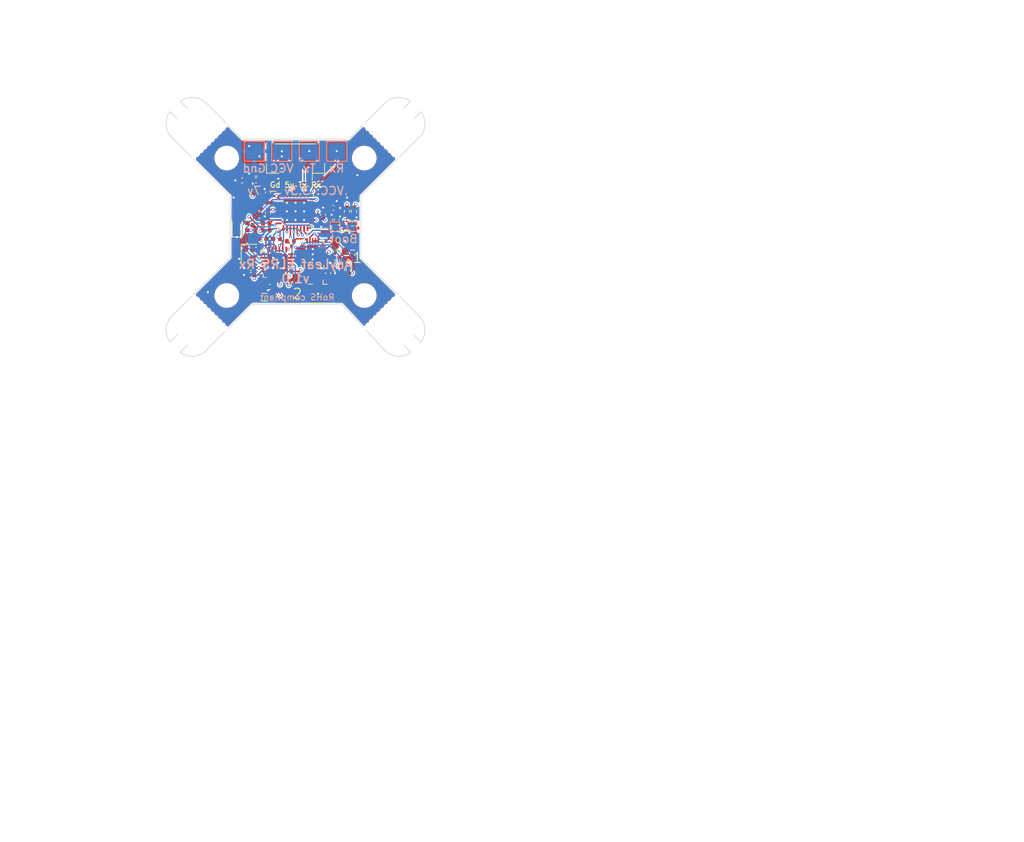
<source format=kicad_pcb>
(kicad_pcb (version 20211014) (generator pcbnew)
  (layers (0 "F.Cu" mixed) (1 "In1.Cu" power) (2 "In2.Cu" power) (31 "B.Cu" mixed) (34 "B.Paste" user) (35 "F.Paste" user) (36 "B.SilkS" user "B.Silkscreen") (37 "F.SilkS" user "F.Silkscreen") (38 "B.Mask" user) (39 "F.Mask" user) (44 "Edge.Cuts" user))
  (net 0 "")
  (net 1 "GND")
  (net 2 "+3V3")
  (net 3 "/V_DCC")
  (net 4 "/V_DCC2")
  (net 8 "/TX")
  (net 9 "/RX")
  (net 10 "Net-(J8-Pad1)")
  (net 11 "/RST")
  (net 12 "/BUSY")
  (net 13 "/DIO")
  (net 14 "/MISO")
  (net 15 "/MOSI")
  (net 16 "/SCK")
  (net 17 "/CS")
  (net 18 "/PWR_IN")
  (net 19 "/ANT_TRACE")
  (net 20 "Net-(C10-Pad1)")
  (net 21 "Net-(J1-Pad1)")
  (net 22 "Net-(C8-Pad2)")
  (net 23 "Net-(R3-Pad1)")
  (net 24 "Net-(R3-Pad2)")
  (net 25 "Net-(R4-Pad1)")
  (net 26 "Net-(U2-Pad4)")
  (net 27 "/RF_OUT")
  (net 28 "Net-(C9-Pad2)")
  (net 29 "/ANT1")
  (net 30 "/ANT2")
  (net 31 "/BOOT")
  (net 32 "/PWR_TXEN")
  (net 33 "Net-(D1-Pad2)")
  (net 34 "/ELRS_LED")
  (net 36 "/ANT_SEL")
  (net 41 "Net-(R6-Pad1)")
  (net 42 "Net-(U2-Pad6)")
  (net 44 "Net-(C3-Pad2)")
  (footprint "Resistor_SMD:R_0402_1005Metric" (layer "F.Cu") (at 151 105.25 -90)
    (fp_text reference "R8" hide)
    (fp_text value "10k")
  )
  (footprint "Resistor_SMD:R_0402_1005Metric" (layer "F.Cu") (at 150.75 107)
    (fp_text reference "R9" hide)
    (fp_text value "10k")
  )
  (footprint "Package_TO_SOT_SMD:TSOT-23-5" (layer "F.Cu") (at 135.25 103.25)
    (fp_text reference "U1" hide)
    (fp_text value "3V3. 500mA")
  )
  (footprint "Anyleaf Shared:Mouse bites_7mm" (layer "F.Cu") (at 154.981299 120.018701 45)
    (fp_text reference "H6" hide)
    (fp_text value "MountingHole_Pad" hide)
  )
  (footprint "Resistor_SMD:R_0402_1005Metric" (layer "F.Cu") (at 135.5 107.5 -90)
    (fp_text reference "R5" hide)
    (fp_text value "3.3k")
  )
  (footprint "Resistor_SMD:R_0402_1005Metric" (layer "F.Cu") (at 136.75 99.75 180)
    (fp_text reference "R6" hide)
    (fp_text value "12k")
  )
  (footprint "Capacitor_SMD:C_0402_1005Metric" (layer "F.Cu") (at 148.5 106.48 90)
    (fp_text reference "C18" hide)
    (fp_text value "100n")
  )
  (footprint "MountingHole:MountingHole_3.2mm_M3" (layer "F.Cu") (at 152.5 117.5)
    (fp_text reference "H10" hide)
    (fp_text value "MountingHole")
  )
  (footprint "Capacitor_SMD:C_0402_1005Metric" (layer "F.Cu") (at 138.5 105.5 90)
    (fp_text reference "C12" hide)
    (fp_text value "10u")
  )
  (footprint "Capacitor_SMD:C_0402_1005Metric" (layer "F.Cu") (at 139.75 109.25)
    (fp_text reference "C5" hide)
    (fp_text value "10n")
  )
  (footprint "Resistor_SMD:R_0402_1005Metric" (layer "F.Cu") (at 150.25 113.75 -90)
    (fp_text reference "R3" hide)
    (fp_text value "2.2k")
  )
  (footprint "Anyleaf Shared:2450FM07D0034" (layer "F.Cu") (at 147.25 114.25 -90)
    (fp_text reference "U5" hide)
    (fp_text value "2450FM07D0034T")
  )
  (footprint "Anyleaf Shared:Mouse bites_7mm" (layer "F.Cu") (at 130 95 45)
    (fp_text reference "H12" hide)
    (fp_text value "MountingHole_Pad" hide)
  )
  (footprint "Capacitor_SMD:C_0402_1005Metric" (layer "F.Cu") (at 146.5 105.75 90)
    (fp_text reference "C13" hide)
    (fp_text value "1u 25v")
  )
  (footprint "Capacitor_SMD:C_0402_1005Metric" (layer "F.Cu") (at 138.25 107 180)
    (fp_text reference "C10" hide)
    (fp_text value "1u 25v")
  )
  (footprint "Package_DFN_QFN:QFN-32-1EP_5x5mm_P0.5mm_EP3.45x3.45mm" (layer "F.Cu") (at 142.5 105.25)
    (fp_text reference "U3" hide)
    (fp_text value "ESP8285")
  )
  (footprint "MountingHole:MountingHole_3.2mm_M3" (layer "F.Cu") (at 152.5 97.5)
    (fp_text reference "H8" hide)
    (fp_text value "MountingHole")
  )
  (footprint "Resistor_SMD:R_0402_1005Metric" (layer "F.Cu") (at 141.75 109.6 180)
    (fp_text reference "R1" hide)
    (fp_text value "100k")
  )
  (footprint "Capacitor_SMD:C_0402_1005Metric" (layer "F.Cu") (at 148 104.75 180)
    (fp_text reference "C8" hide)
    (fp_text value "10p")
  )
  (footprint "Capacitor_SMD:C_0402_1005Metric" (layer "F.Cu") (at 138.75 116.25)
    (fp_text reference "C7" hide)
    (fp_text value "100n")
  )
  (footprint "Capacitor_SMD:C_0402_1005Metric" (layer "F.Cu") (at 138.5 102.5 -90)
    (fp_text reference "C11" hide)
    (fp_text value "100n")
  )
  (footprint "MountingHole:MountingHole_3.2mm_M3" (layer "F.Cu") (at 132.5 97.5)
    (fp_text reference "H7" hide)
    (fp_text value "MountingHole")
  )
  (footprint "Capacitor_SMD:C_0402_1005Metric" (layer "F.Cu") (at 137.75 109.25 180)
    (fp_text reference "C3" hide)
    (fp_text value "10n")
  )
  (footprint "Resistor_SMD:R_0402_1005Metric" (layer "F.Cu") (at 150 105.25 -90)
    (fp_text reference "R7" hide)
    (fp_text value "10k")
  )
  (footprint "Resistor_SMD:R_0402_1005Metric" (layer "F.Cu") (at 138.25 108 180)
    (fp_text reference "R2" hide)
    (fp_text value "10k")
  )
  (footprint "MountingHole:MountingHole_3.2mm_M3" (layer "F.Cu") (at 127.25 122.75)
    (fp_text reference "H3" hide)
    (fp_text value "MountingHole")
  )
  (footprint "Connector_Coaxial:U.FL_Hirose_U.FL-R-SMT-1_Vertical" (layer "F.Cu") (at 149.75 110 90)
    (fp_text reference "J1" hide)
    (fp_text value "Conn_Coaxial")
  )
  (footprint "Capacitor_SMD:C_0402_1005Metric" (layer "F.Cu") (at 136 113.5)
    (fp_text reference "C6" hide)
    (fp_text value "100n")
  )
  (footprint "Connector_Coaxial:U.FL_Hirose_U.FL-R-SMT-1_Vertical" (layer "F.Cu") (at 145.75 116.75 -90)
    (fp_text reference "J8" hide)
    (fp_text value "Conn_Coaxial")
  )
  (footprint "Capacitor_SMD:C_0402_1005Metric" (layer "F.Cu") (at 147.5 106.5 90)
    (fp_text reference "C19" hide)
    (fp_text value "10p")
  )
  (footprint "Capacitor_SMD:C_0402_1005Metric" (layer "F.Cu") (at 146.5 107.75 -90)
    (fp_text reference "C17" hide)
    (fp_text value "10p")
  )
  (footprint "Inductor_SMD:L_0805_2012Metric" (layer "F.Cu") (at 138 117.75)
    (fp_text reference "L1" hide)
    (fp_text value "15u")
  )
  (footprint "LED_SMD:LED_0603_1608Metric" (layer "F.Cu") (at 134 107.5 90)
    (fp_text reference "D1" hide)
    (fp_text value "LED")
  )
  (footprint "Package_DFN_QFN:QFN-24-1EP_4x4mm_P0.5mm_EP2.6x2.6mm" (layer "F.Cu") (at 139.9 112.75 -90)
    (fp_text reference "U2" hide)
    (fp_text value "SX1281")
  )
  (footprint "Anyleaf Shared:Mouse bites_7mm" (layer "F.Cu") (at 155 95 135)
    (fp_text reference "H5" hide)
    (fp_text value "MountingHole_Pad" hide)
  )
  (footprint "Capacitor_SMD:C_0402_1005Metric" (layer "F.Cu") (at 149.5 102.75 90)
    (fp_text reference "C9" hide)
    (fp_text value "10p")
  )
  (footprint "MountingHole:MountingHole_3.2mm_M3" (layer "F.Cu") (at 157.75 92.25)
    (fp_text reference "H2" hide)
    (fp_text value "MountingHole")
  )
  (footprint "Anyleaf Shared:2450FM07D0034" (layer "F.Cu") (at 148.25 112)
    (fp_text reference "U4" hide)
    (fp_text value "2450FM07D0034T")
  )
  (footprint "MountingHole:MountingHole_3.2mm_M3" (layer "F.Cu") (at 132.5 117.5)
    (fp_text reference "H9" hide)
    (fp_text value "MountingHole")
  )
  (footprint "Connector_JST:JST_GH_SM04B-GHS-TB_1x04-1MP_P1.25mm_Horizontal" (layer "F.Cu") (at 142.5 98 180)
    (fp_text reference "J7" hide)
    (fp_text value "Conn_01x04_Male")
  )
  (footprint "Crystal:Crystal_SMD_2016-4Pin_2.0x1.6mm" (layer "F.Cu") (at 147.25 102.75)
    (fp_text reference "Y1" hide)
    (fp_text value "26M")
  )
  (footprint "Capacitor_SMD:C_0402_1005Metric" (layer "F.Cu") (at 135.98 114.5 180)
    (fp_text reference "C4" hide)
    (fp_text value "470n, 10V")
  )
  (footprint "Capacitor_SMD:C_0402_1005Metric" (layer "F.Cu") (at 136.75 100.75)
    (fp_text reference "C2" hide)
    (fp_text value "2.2u")
  )
  (footprint "Anyleaf Shared:Mouse bites_7mm" (layer "F.Cu") (at 130 120 135)
    (fp_text reference "H11" hide)
    (fp_text value "MountingHole_Pad" hide)
  )
  (footprint "Crystal:Crystal_SMD_2016-4Pin_2.0x1.6mm" (layer "F.Cu") (at 135.75 111.4 -90)
    (fp_text reference "Y2" hide)
    (fp_text value "52Mhz, 12pF")
  )
  (footprint "Capacitor_SMD:C_0402_1005Metric" (layer "F.Cu") (at 134.75 100.75)
    (fp_text reference "C1" hide)
    (fp_text value "1u")
  )
  (footprint "Resistor_SMD:R_0402_1005Metric" (layer "F.Cu") (at 149.25 113.75 -90)
    (fp_text reference "R4" hide)
    (fp_text value "1.2k")
  )
  (footprint "MountingHole:MountingHole_3.2mm_M3" (layer "F.Cu") (at 157.75 122.75)
    (fp_text reference "H4" hide)
    (fp_text value "MountingHole")
  )
  (footprint "MountingHole:MountingHole_3.2mm_M3" (layer "F.Cu") (at 127.25 92.25)
    (fp_text reference "H1" hide)
    (fp_text value "MountingHole")
  )
  (footprint "Package_DFN_QFN:QFN-24-1EP_3x4mm_P0.4mm_EP1.65x2.65mm" (layer "F.Cu") (at 145 111.5)
    (fp_text reference "U6" hide)
    (fp_text value "SE2431L")
  )
  (footprint "TestPoint:TestPoint_Pad_2.5x2.5mm" (layer "B.Cu") (at 136.5 96.5 90)
    (fp_text reference "J3" hide)
    (fp_text value "Conn_01x01_Female")
  )
  (footprint "TestPoint:TestPoint_Pad_2.5x2.5mm" (layer "B.Cu") (at 144.5 96.5 90)
    (fp_text reference "J5" hide)
    (fp_text value "Conn_01x01_Female")
  )
  (footprint "TestPoint:TestPoint_Pad_1.0x1.0mm" (layer "B.Cu") (at 148.25 107.5 180)
    (fp_text reference "J10" hide)
    (fp_text value "Conn_01x01_Female")
  )
  (footprint "TestPoint:TestPoint_Pad_1.0x1.0mm" (layer "B.Cu") (at 150.75 107.5 180)
    (fp_text reference "J11" hide)
    (fp_text value "Conn_01x01_Female")
  )
  (footprint "TestPoint:TestPoint_Pad_2.5x2.5mm" (layer "B.Cu") (at 148.5 96.5 90)
    (fp_text reference "J6" hide)
    (fp_text value "Conn_01x01_Female")
  )
  (footprint "TestPoint:TestPoint_Pad_2.5x2.5mm" (layer "B.Cu") (at 140.5 96.5 90)
    (fp_text reference "J4" hide)
    (fp_text value "Conn_01x01_Female")
  )
  (gr_line (start 149.25 118.75) (end 155.5 125.5) (layer "Edge.Cuts") (width 0.1))
  (gr_line (start 150.25 94.75) (end 155.5 89.5) (layer "Edge.Cuts") (width 0.1))
  (gr_line (start 133 103) (end 133 112) (layer "Edge.Cuts") (width 0.1))
  (gr_arc (start 160.5 120.5) (mid 161.329503 122.328033) (end 160.75 124.25) (layer "Edge.Cuts") (width 0.1))
  (gr_line (start 127.25 124.25) (end 125.75 125.75) (layer "Edge.Cuts") (width 0.1))
  (gr_line (start 125.75 122.75) (end 127.25 124.25) (layer "Edge.Cuts") (width 0.1))
  (gr_line (start 160.75 90.75) (end 159.25 92.25) (layer "Edge.Cuts") (width 0.1))
  (gr_line (start 152 103) (end 152 112) (layer "Edge.Cuts") (width 0.1))
  (gr_arc (start 124.5 94.5) (mid 123.670495 92.671967) (end 124.25 90.75) (layer "Edge.Cuts") (width 0.1))
  (gr_arc (start 159.25 125.75) (mid 157.328033 126.329503) (end 155.5 125.5) (layer "Edge.Cuts") (width 0.1))
  (gr_line (start 129.5 125.5) (end 136.25 118.75) (layer "Edge.Cuts") (width 0.1))
  (gr_line (start 157.75 124.25) (end 159.25 122.75) (layer "Edge.Cuts") (width 0.1))
  (gr_line (start 160.5 94.5) (end 152 103) (layer "Edge.Cuts") (width 0.1))
  (gr_line (start 159.25 89.25) (end 157.75 90.75) (layer "Edge.Cuts") (width 0.1))
  (gr_line (start 149.25 118.75) (end 136.25 118.75) (layer "Edge.Cuts") (width 0.1))
  (gr_line (start 125.75 92.25) (end 124.25 90.75) (layer "Edge.Cuts") (width 0.1))
  (gr_line (start 133 112) (end 124.5 120.5) (layer "Edge.Cuts") (width 0.1))
  (gr_arc (start 129.5 125.5) (mid 127.671967 126.329504) (end 125.75 125.75) (layer "Edge.Cuts") (width 0.1))
  (gr_line (start 134.75 94.75) (end 129.5 89.5) (layer "Edge.Cuts") (width 0.1))
  (gr_line (start 160.5 120.5) (end 152 112) (layer "Edge.Cuts") (width 0.1))
  (gr_arc (start 155.5 89.5) (mid 157.328033 88.670497) (end 159.25 89.25) (layer "Edge.Cuts") (width 0.1))
  (gr_line (start 125.75 89.25) (end 127.25 90.75) (layer "Edge.Cuts") (width 0.1))
  (gr_line (start 124.25 124.25) (end 125.75 122.75) (layer "Edge.Cuts") (width 0.1))
  (gr_arc (start 160.75 90.75) (mid 161.329503 92.671967) (end 160.5 94.5) (layer "Edge.Cuts") (width 0.1))
  (gr_line (start 157.75 90.75) (end 159.25 92.25) (layer "Edge.Cuts") (width 0.1))
  (gr_line (start 134.75 94.75) (end 150.25 94.75) (layer "Edge.Cuts") (width 0.1))
  (gr_line (start 159.25 125.75) (end 157.75 124.25) (layer "Edge.Cuts") (width 0.1))
  (gr_line (start 127.25 90.75) (end 125.75 92.25) (layer "Edge.Cuts") (width 0.1))
  (gr_arc (start 124.25 124.25) (mid 123.670497 122.328033) (end 124.5 120.5) (layer "Edge.Cuts") (width 0.1))
  (gr_line (start 159.25 122.75) (end 160.75 124.25) (layer "Edge.Cuts") (width 0.1))
  (gr_line (start 124.5 94.5) (end 133 103) (layer "Edge.Cuts") (width 0.1))
  (gr_arc (start 125.75 89.25) (mid 127.671967 88.670497) (end 129.5 89.5) (layer "Edge.Cuts") (width 0.1))
  (gr_text "Gnd" (at 136.5 99) (layer "B.SilkS") (effects (font (size 1.2 1.2) (thickness 0.2)) (justify mirror)))
  (gr_text "Rx" (at 148.5 99) (layer "B.SilkS") (effects (font (size 1.2 1.2) (thickness 0.2)) (justify mirror)))
  (gr_text "Boot\n" (at 149.5 109.25) (layer "B.SilkS") (effects (font (size 1.2 1.2) (thickness 0.17)) (justify mirror)))
  (gr_text "Tx" (at 144.5 99) (layer "B.SilkS") (effects (font (size 1.2 1.2) (thickness 0.2)) (justify mirror)))
  (gr_text "VCC: 3.3v - 7v" (at 142.5 102.25) (layer "B.SilkS") (effects (font (size 1.2 1.2) (thickness 0.2)) (justify mirror)))
  (gr_text "AnyLeaf ELRS Rx\nv1.0" (at 142.5 114) (layer "B.SilkS") (effects (font (size 1.3 1.3) (thickness 0.25)) (justify mirror)))
  (gr_text "RoHS compliant" (at 142.75 117.75) (layer "B.SilkS") (effects (font (size 0.9 0.9)) (justify mirror)))
  (gr_text "VCC" (at 140.5 99) (layer "B.SilkS") (effects (font (size 1.2 1.2) (thickness 0.2)) (justify mirror)))
  (gr_text "1" (at 151.5 112) (layer "F.SilkS") (effects (font (size 1.5 1.5))))
  (gr_text "Gd 5v Tx Rx" (at 142.5 101.4) (layer "F.SilkS") (effects (font (size 0.8 0.8))))
  (gr_text "2" (at 142.75 117.25) (layer "F.SilkS") (effects (font (size 1.5 1.5))))
  (segment (start 135.52 113.5) (end 135 113.5) (width 0.2) (layer "F.Cu") (net 1))
  (segment (start 140.5 99.725) (end 140.625 99.85) (width 0.5) (layer "F.Cu") (net 1))
  (segment (start 141.24 109.565) (end 141.24 109.5) (width 0.2) (layer "F.Cu") (net 1))
  (segment (start 140.5 99) (end 140.5 99.725) (width 0.5) (layer "F.Cu") (net 1))
  (segment (start 137.25 106.5) (end 137.25 106.25) (width 0.2) (layer "F.Cu") (net 1))
  (segment (start 149.98 103.23) (end 150 103.25) (width 0.2) (layer "F.Cu") (net 1))
  (segment (start 148.25 112.5) (end 148.25 112.35) (width 0.2) (layer "F.Cu") (net 1))
  (segment (start 145.8 113.45) (end 146.2 113.45) (width 0.2) (layer "F.Cu") (net 1))
  (segment (start 146.5 105.27) (end 146.510184 104.706728) (width 0.2) (layer "F.Cu") (net 1))
  (segment (start 146.55 102.2) (end 146.55 102.15) (width 0.2) (layer "F.Cu") (net 1))
  (segment (start 147.022182 110.7) (end 148.197182 109.525) (width 0.2) (layer "F.Cu") (net 1))
  (segment (start 146.45 112.3) (end 146.975 112.3) (width 0.2) (layer "F.Cu") (net 1))
  (segment (start 139.15 111.8) (end 139.25 111.9) (width 0.2) (layer "F.Cu") (net 1))
  (segment (start 147.5 112.75) (end 148 112.75) (width 0.2) (layer "F.Cu") (net 1))
  (segment (start 141.8375 113.2625) (end 141.8375 113.5) (width 0.2) (layer "F.Cu") (net 1))
  (segment (start 136.27 100.75) (end 136.27 101.23) (width 0.25) (layer "F.Cu") (net 1))
  (segment (start 147.6 114.25) (end 148.25 114.25) (width 0.2) (layer "F.Cu") (net 1))
  (segment (start 146.45 110.7) (end 147.022182 110.7) (width 0.2) (layer "F.Cu") (net 1))
  (segment (start 134.25 100.73) (end 134.27 100.75) (width 0.25) (layer "F.Cu") (net 1))
  (segment (start 146.55 102.15) (end 146.1 101.7) (width 0.2) (layer "F.Cu") (net 1))
  (segment (start 148 112.75) (end 148.25 112.5) (width 0.2) (layer "F.Cu") (net 1))
  (segment (start 138 102) (end 138.02 102.02) (width 0.25) (layer "F.Cu") (net 1))
  (segment (start 148.25 112.35) (end 148.25 111.65) (width 0.2) (layer "F.Cu") (net 1))
  (segment (start 138.5 105.98) (end 138.02 105.98) (width 0.25) (layer "F.Cu") (net 1))
  (segment (start 134.1125 103.25) (end 133.5 103.25) (width 0.5) (layer "F.Cu") (net 1))
  (segment (start 148.48 104.75) (end 149 104.75) (width 0.2) (layer "F.Cu") (net 1))
  (segment (start 146.25 113.5) (end 146.2 113.45) (width 0.2) (layer "F.Cu") (net 1))
  (segment (start 135.2 112.15) (end 134.3 112.15) (width 0.2) (layer "F.Cu") (net 1))
  (segment (start 134 108.2875) (end 134 109) (width 0.25) (layer "F.Cu") (net 1))
  (segment (start 148.197182 109.525) (end 148.275 109.525) (width 0.2) (layer "F.Cu") (net 1))
  (segment (start 138.5 102.02) (end 138.02 102.02) (width 0.25) (layer "F.Cu") (net 1))
  (segment (start 142.25 112) (end 142.5 111.75) (width 0.2) (layer "F.Cu") (net 1))
  (segment (start 141.8375 112) (end 142.25 112) (width 0.2) (layer "F.Cu") (net 1))
  (segment (start 138.7 114.6375) (end 138.7 113.95) (width 0.25) (layer "F.Cu") (net 1))
  (segment (start 146.48 107.27) (end 146.25 107.5) (width 0.2) (layer "F.Cu") (net 1))
  (segment (start 138.7 113.95) (end 139 113.65) (width 0.25) (layer "F.Cu") (net 1))
  (segment (start 142 111.3375) (end 141.8375 111.5) (width 0.2) (layer "F.Cu") (net 1))
  (segment (start 134.25 100.878528) (end 134.27 100.898528) (width 0.25) (layer "F.Cu") (net 1))
  (segment (start 141.8375 110.112683) (end 141.8375 110.3375) (width 0.2) (layer "F.Cu") (net 1))
  (segment (start 147.5 106) (end 147.75 105.75) (width 0.2) (layer "F.Cu") (net 1))
  (segment (start 146.975 112.3) (end 147.425 112.75) (width 0.2) (layer "F.Cu") (net 1))
  (segment (start 141.24 109.6) (end 141.324817 109.6) (width 0.2) (layer "F.Cu") (net 1))
  (segment (start 151 105.76) (end 151.01 105.76) (width 0.25) (layer "F.Cu") (net 1))
  (segment (start 141.8375 111.5) (end 141.8375 112) (width 0.2) (layer "F.Cu") (net 1))
  (segment (start 137.77 107) (end 137.75 107) (width 0.2) (layer "F.Cu") (net 1))
  (segment (start 141.324817 109.6) (end 141.8375 110.112683) (width 0.2) (layer "F.Cu") (net 1))
  (segment (start 145.8 113.45) (end 144.6 113.45) (width 0.2) (layer "F.Cu") (net 1))
  (segment (start 139.15 110.8125) (end 139.15 111.8) (width 0.2) (layer "F.Cu") (net 1))
  (segment (start 142 110.5) (end 142 111.3375) (width 0.2) (layer "F.Cu") (net 1))
  (segment (start 136.5 110.5) (end 136.75 110.5) (width 0.2) (layer "F.Cu") (net 1))
  (segment (start 145.775 117.225) (end 144.275 117.225) (width 0.2) (layer "F.Cu") (net 1))
  (segment (start 136.3 110.7) (end 136.5 110.5) (width 0.2) (layer "F.Cu") (net 1))
  (segment (start 147.95 103.3) (end 148.05 103.3) (width 0.2) (layer "F.Cu") (net 1))
  (segment (start 151.01 105.76) (end 151.375 106.125) (width 0.25) (layer "F.Cu") (net 1))
  (segment (start 138.27 116.25) (end 138.27 116.52) (width 0.25) (layer "F.Cu") (net 1))
  (segment (start 151.225 109.525) (end 149.725 109.525) (width 0.2) (layer "F.Cu") (net 1))
  (segment (start 139 113.65) (end 139.25 113.65) (width 0.25) (layer "F.Cu") (net 1))
  (segment (start 140.625 99.85) (end 140.625 99.875) (width 0.5) (layer "F.Cu") (net 1))
  (segment (start 147.225 117.225) (end 145.775 117.225) (width 0.2) (layer "F.Cu") (net 1))
  (segment (start 147.5 106.02) (end 147.5 106) (width 0.2) (layer "F.Cu") (net 1))
  (segment (start 135.5 114.5) (end 135 114.5) (width 0.2) (layer "F.Cu") (net 1))
  (segment (start 136.24 99.75) (end 135.75 99.75) (width 0.25) (layer "F.Cu") (net 1))
  (segment (start 138.27 116.52) (end 138.5 116.75) (width 0.25) (layer "F.Cu") (net 1))
  (segment (start 149.725 109.525) (end 148.275 109.525) (width 0.2) (layer "F.Cu") (net 1))
  (segment (start 137.75 107) (end 137.25 106.5) (width 0.2) (layer "F.Cu") (net 1))
  (segment (start 140.625 99.875) (end 140 100.5) (width 0.5) (layer "F.Cu") (net 1))
  (segment (start 146.9 114.25) (end 147.6 114.25) (width 0.2) (layer "F.Cu") (net 1))
  (segment (start 146.5 107.27) (end 146.48 107.27) (width 0.2) (layer "F.Cu") (net 1))
  (segment (start 141.8375 110.3375) (end 142 110.5) (width 0.2) (layer "F.Cu") (net 1))
  (segment (start 138.65 114.6875) (end 138.7 114.6375) (width 0.25) (layer "F.Cu") (net 1))
  (segment (start 148.5 106) (end 149 106) (width 0.25) (layer "F.Cu") (net 1))
  (segment (start 149.5 103.23) (end 149.98 103.23) (width 0.2) (layer "F.Cu") (net 1))
  (segment (start 141.8375 113) (end 141.8375 113.2625) (width 0.2) (layer "F.Cu") (net 1))
  (segment (start 146.510184 104.706728) (end 146.5 104.75) (width 0.2) (layer "F.Cu") (net 1))
  (segment (start 147.425 112.75) (end 147.5 112.75) (width 0.2) (layer "F.Cu") (net 1))
  (segment (start 148.05 103.3) (end 148.5 103.75) (width 0.2) (layer "F.Cu") (net 1))
  (segment (start 134.27 100.75) (end 133.75 100.75) (width 0.25) (layer "F.Cu") (net 1))
  (via (at 134.3 112.15) (size 0.5) (drill 0.3) (layers "F.Cu" "B.Cu") (net 1))
  (via (at 138.75 109.25) (size 0.5) (drill 0.3) (layers "F.Cu" "B.Cu") (net 1))
  (via (at 151.5 100) (size 0.5) (drill 0.3) (layers "F.Cu" "B.Cu") (net 1))
  (via (at 140.75 112) (size 0.5) (drill 0.3) (layers "F.Cu" "B.Cu") (net 1))
  (via (at 138.02 105.98) (size 0.5) (drill 0.3) (layers "F.Cu" "B.Cu") (net 1))
  (via (at 141.25 106.5) (size 0.5) (drill 0.3) (layers "F.Cu" "B.Cu") (net 1))
  (via (at 136.27 101.23) (size 0.5) (drill 0.3) (layers "F.Cu" "B.Cu") (net 1))
  (via (at 143.75 104) (size 0.5) (drill 0.3) (layers "F.Cu" "B.Cu") (net 1))
  (via (at 135 113.5) (size 0.5) (drill 0.3) (layers "F.Cu" "B.Cu") (net 1))
  (via (at 145 110.75) (size 0.5) (drill 0.3) (layers "F.Cu" "B.Cu") (net 1))
  (via (at 139.25 112) (size 0.5) (drill 0.3) (layers "F.Cu" "B.Cu") (net 1))
  (via (at 143.75 105.25) (size 0.5) (drill 0.3) (layers "F.Cu" "B.Cu") (net 1))
  (via (at 138 102) (size 0.5) (drill 0.3) (layers "F.Cu" "B.Cu") (net 1))
  (via (at 142.5 105.25) (size 0.5) (drill 0.3) (layers "F.Cu" "B.Cu") (net 1))
  (via (at 145 111.5) (size 0.5) (drill 0.3) (layers "F.Cu" "B.Cu") (net 1))
  (via (at 145 112.25) (size 0.5) (drill 0.3) (layers "F.Cu" "B.Cu") (net 1))
  (via (at 135.75 99.75) (size 0.5) (drill 0.3) (layers "F.Cu" "B.Cu") (net 1))
  (via (at 141.8375 113.2625) (size 0.4) (drill 0.2) (layers "F.Cu" "B.Cu") (net 1))
  (via (at 147.75 105.75) (size 0.5) (drill 0.3) (layers "F.Cu" "B.Cu") (net 1))
  (via (at 151.375 106.125) (size 0.5) (drill 0.3) (layers "F.Cu" "B.Cu") (net 1))
  (via (at 135 114.5) (size 0.5) (drill 0.3) (layers "F.Cu" "B.Cu") (net 1))
  (via (at 133.75 100.75) (size 0.5) (drill 0.3) (layers "F.Cu" "B.Cu") (net 1))
  (via (at 150 103.25) (size 0.5) (drill 0.3) (layers "F.Cu" "B.Cu") (net 1))
  (via (at 143.75 106.5) (size 0.5) (drill 0.3) (layers "F.Cu" "B.Cu") (net 1))
  (via (at 142.5 106.5) (size 0.5) (drill 0.3) (layers "F.Cu" "B.Cu") (net 1))
  (via (at 141.25 105.25) (size 0.5) (drill 0.3) (layers "F.Cu" "B.Cu") (net 1))
  (via (at 138.5 116.75) (size 0.5) (drill 0.3) (layers "F.Cu" "B.Cu") (net 1))
  (via (at 146.1 101.7) (size 0.5) (drill 0.3) (layers "F.Cu" "B.Cu") (net 1))
  (via (at 145.775 117.225) (size 0.5) (drill 0.3) (layers "F.Cu" "B.Cu") (net 1))
  (via (at 136.75 110.5) (size 0.4) (drill 0.2) (layers "F.Cu" "B.Cu") (net 1))
  (via (at 148.25 114.25) (size 0.5) (drill 0.3) (layers "F.Cu" "B.Cu") (net 1))
  (via (at 140 112.75) (size 0.5) (drill 0.3) (layers "F.Cu" "B.Cu") (net 1))
  (via (at 149 104.75) (size 0.5) (drill 0.3) (layers "F.Cu" "B.Cu") (net 1))
  (via (at 135.75 95.75) (size 0.5) (drill 0.3) (layers "F.Cu" "B.Cu") (net 1))
  (via (at 137.25 97.25) (size 0.5) (drill 0.3) (layers "F.Cu" "B.Cu") (net 1))
  (via (at 142.5 104) (size 0.5) (drill 0.3) (layers "F.Cu" "B.Cu") (net 1))
  (via (at 139.25 113.5) (size 0.5) (drill 0.3) (layers "F.Cu" "B.Cu") (net 1))
  (via (at 129.75 117) (size 0.5) (drill 0.3) (layers "F.Cu" "B.Cu") (net 1))
  (via (at 140.75 113.5) (size 0.5) (drill 0.3) (layers "F.Cu" "B.Cu") (net 1))
  (via (at 141.25 104) (size 0.5) (drill 0.3) (layers "F.Cu" "B.Cu") (net 1))
  (via (at 140.5 99) (size 0.5) (drill 0.3) (layers "F.Cu" "B.Cu") (net 1))
  (via (at 147.5 112.75) (size 0.5) (drill 0.3) (layers "F.Cu" "B.Cu") (net 1))
  (via (at 140 100.5) (size 0.5) (drill 0.3) (layers "F.Cu" "B.Cu") (net 1))
  (via (at 149.725 109.525) (size 0.5) (drill 0.3) (layers "F.Cu" "B.Cu") (net 1))
  (via (at 134 109) (size 0.5) (drill 0.3) (layers "F.Cu" "B.Cu") (net 1))
  (via (at 149 106) (size 0.5) (drill 0.3) (layers "F.Cu" "B.Cu") (net 1))
  (via (at 133.5 103.25) (size 0.5) (drill 0.3) (layers "F.Cu" "B.Cu") (net 1))
  (via (at 148.5 103.75) (size 0.5) (drill 0.3) (layers "F.Cu" "B.Cu") (net 1))
  (via (at 146.25 107.5) (size 0.5) (drill 0.3) (layers "F.Cu" "B.Cu") (net 1))
  (via (at 142.5 111.75) (size 0.4) (drill 0.2) (layers "F.Cu" "B.Cu") (net 1))
  (via (at 146.510184 104.706728) (size 0.5) (drill 0.3) (layers "F.Cu" "B.Cu") (net 1))
  (via (at 137.25 106.25) (size 0.4) (drill 0.2) (layers "F.Cu" "B.Cu") (net 1))
  (via (at 146.25 113.5) (size 0.5) (drill 0.3) (layers "F.Cu" "B.Cu") (net 1))
  (segment (start 150.5 107.25) (end 150.75 107.5) (width 0.25) (layer "B.Cu") (net 1))
  (segment (start 142.25 102.25) (end 142 102) (width 0.25) (layer "F.Cu") (net 2))
  (segment (start 147.5 106.98) (end 148.48 106.98) (width 0.25) (layer "F.Cu") (net 2))
  (segment (start 137.23 100.75) (end 137.23 101.4575) (width 0.25) (layer "F.Cu") (net 2))
  (segment (start 144.9375 107) (end 144.9625 107.025) (width 0.25) (layer "F.Cu") (net 2))
  (segment (start 147.425 108.075) (end 147.425 109.075) (width 0.25) (layer "F.Cu") (net 2))
  (segment (start 145 109.55) (end 145.8 109.55) (width 0.2) (layer "F.Cu") (net 2))
  (segment (start 144.9625 107.025) (end 145.775 107.025) (width 0.25) (layer "F.Cu") (net 2))
  (segment (start 140.0625 103.3125) (end 139.75 103) (width 0.25) (layer "F.Cu") (net 2))
  (segment (start 141.75 108.5) (end 141.75 109) (width 0.2) (layer "F.Cu") (net 2))
  (segment (start 138.52 105) (end 138.5 105.02) (width 0.25) (layer "F.Cu") (net 2))
  (segment (start 137.23 101.4575) (end 136.3875 102.3) (width 0.25) (layer "F.Cu") (net 2))
  (segment (start 146.5 108.23) (end 147.27 108.23) (width 0.25) (layer "F.Cu") (net 2))
  (segment (start 137.9625 113.5) (end 137.15 113.5) (width 0.25) (layer "F.Cu") (net 2))
  (segment (start 145.775 107.025) (end 146.5 106.3) (width 0.25) (layer "F.Cu") (net 2))
  (segment (start 142.25 102.8125) (end 141.75 102.8125) (width 0.25) (layer "F.Cu") (net 2))
  (segment (start 139.65 115.83) (end 139.23 116.25) (width 0.25) (layer "F.Cu") (net 2))
  (segment (start 139.75 103) (end 140.5625 103) (width 0.25) (layer "F.Cu") (net 2))
  (segment (start 145.8 108.93) (end 146.5 108.23) (width 0.25) (layer "F.Cu") (net 2))
  (segment (start 140.25 116.75) (end 140.25 117.5) (width 0.2) (layer "F.Cu") (net 2))
  (segment (start 148.48 106.98) (end 148.5 106.96) (width 0.2) (layer "F.Cu") (net 2))
  (segment (start 139.65 114.6875) (end 139.65 115.83) (width 0.25) (layer "F.Cu") (net 2))
  (segment (start 141.75 107.6875) (end 141.75 108.5) (width 0.2) (layer "F.Cu") (net 2))
  (segment (start 150 106.25) (end 149.75 106.5) (width 0.2) (layer "F.Cu") (net 2))
  (segment (start 137.74 108) (end 137.5 108) (width 0.25) (layer "F.Cu") (net 2))
  (segment (start 137.15 113.5) (end 136.58 113.5) (width 0.25) (layer "F.Cu") (net 2))
  (segment (start 147.425 109.075) (end 146.45 110.05) (width 0.25) (layer "F.Cu") (net 2))
  (segment (start 140.0625 105) (end 140.0625 104.5) (width 0.25) (layer "F.Cu") (net 2))
  (segment (start 139.75 116.25) (end 140.25 116.75) (width 0.2) (layer "F.Cu") (net 2))
  (segment (start 139.23 116.25) (end 139.75 116.25) (width 0.2) (layer "F.Cu") (net 2))
  (segment (start 145.8 109.55) (end 145.8 108.93) (width 0.25) (layer "F.Cu") (net 2))
  (segment (start 137.74 107.99) (end 137.74 108) (width 0.2) (layer "F.Cu") (net 2))
  (segment (start 142.25 102.8125) (end 142.25 102.25) (width 0.25) (layer "F.Cu") (net 2))
  (segment (start 139.2 105) (end 138.52 105) (width 0.25) (layer "F.Cu") (net 2))
  (segment (start 136.3875 102.8625) (end 136.25 103) (width 0.5) (layer "F.Cu") (net 2))
  (segment (start 136.3875 102.3) (end 136.3875 102.8625) (width 0.5) (layer "F.Cu") (net 2))
  (segment (start 140.5625 103) (end 140.75 102.8125) (width 0.25) (layer "F.Cu") (net 2))
  (segment (start 147.27 108.23) (end 147.425 108.075) (width 0.25) (layer "F.Cu") (net 2))
  (segment (start 146.75 106.48) (end 146.5 106.23) (width 0.25) (layer "F.Cu") (net 2))
  (segment (start 146.5 106.3) (end 146.5 106.23) (width 0.25) (layer "F.Cu") (net 2))
  (segment (start 140.0625 105) (end 139.2 105) (width 0.25) (layer "F.Cu") (net 2))
  (segment (start 141.75 108.5) (end 141.75 108.75) (width 0.2) (layer "F.Cu") (net 2))
  (segment (start 149.75 106.51) (end 150.24 107) (width 0.25) (layer "F.Cu") (net 2))
  (segment (start 140.0625 103.5) (end 140.0625 103.3125) (width 0.25) (layer "F.Cu") (net 2))
  (segment (start 146.75 106.5) (end 146.75 106.48) (width 0.25) (layer "F.Cu") (net 2))
  (segment (start 147.425 107.055) (end 147.425 108.075) (width 0.25) (layer "F.Cu") (net 2))
  (segment (start 135.75 106) (end 137.74 107.99) (width 0.2) (layer "F.Cu") (net 2))
  (segment (start 149.29 106.96) (end 149.75 106.5) (width 0.25) (layer "F.Cu") (net 2))
  (segment (start 148.5 106.96) (end 149.29 106.96) (width 0.25) (layer "F.Cu") (net 2))
  (segment (start 137.5 108) (end 137.375 108.125) (width 0.25) (layer "F.Cu") (net 2))
  (segment (start 149.75 106.5) (end 149.75 106.51) (width 0.25) (layer "F.Cu") (net 2))
  (segment (start 136.58 113.5) (end 136.48 113.4) (width 0.25) (layer "F.Cu") (net 2))
  (segment (start 150 105.76) (end 150 106.25) (width 0.2) (layer "F.Cu") (net 2))
  (segment (start 147.5 106.98) (end 147.425 107.055) (width 0.25) (layer "F.Cu") (net 2))
  (segment (start 146.45 110.05) (end 146.45 110.275) (width 0.25) (layer "F.Cu") (net 2))
  (segment (start 139.75 103) (end 138.52 103) (width 0.25) (layer "F.Cu") (net 2))
  (segment (start 138.52 103) (end 138.5 102.98) (width 0.25) (layer "F.Cu") (net 2))
  (via (at 139.75 103) (size 0.5) (drill 0.3) (layers "F.Cu" "B.Cu") (net 2))
  (via (at 137.15 113.5) (size 0.5) (drill 0.3) (layers "F.Cu" "B.Cu") (net 2))
  (via (at 140.25 117.5) (size 0.5) (drill 0.3) (layers "F.Cu" "B.Cu") (net 2))
  (via (at 135.75 106) (size 0.5) (drill 0.3) (layers "F.Cu" "B.Cu") (net 2))
  (via (at 141.75 109) (size 0.4) (drill 0.2) (layers "F.Cu" "B.Cu") (net 2))
  (via (at 137.375 108.125) (size 0.5) (drill 0.3) (layers "F.Cu" "B.Cu") (net 2))
  (via (at 136.25 103) (size 0.5) (drill 0.3) (layers "F.Cu" "B.Cu") (net 2))
  (via (at 149.75 106.5) (size 0.5) (drill 0.3) (layers "F.Cu" "B.Cu") (net 2))
  (via (at 139.2 105) (size 0.5) (drill 0.3) (layers "F.Cu" "B.Cu") (net 2))
  (via (at 142 102) (size 0.5) (drill 0.3) (layers "F.Cu" "B.Cu") (net 2))
  (via (at 146.75 106.5) (size 0.45) (drill 0.2) (layers "F.Cu" "B.Cu") (net 2))
  (segment (start 137.925 114.5) (end 137.9625 114.4625) (width 0.2) (layer "F.Cu") (net 3))
  (segment (start 136.75 117.3125) (end 136.9375 117.5) (width 0.25) (layer "F.Cu") (net 3))
  (segment (start 140.65 109.67) (end 140.23 109.25) (width 0.2) (layer "F.Cu") (net 3))
  (segment (start 137.9625 114) (end 137.9625 114.4625) (width 0.25) (layer "F.Cu") (net 3))
  (segment (start 136.46 114.96) (end 136.5 115) (width 0.2) (layer "F.Cu") (net 3))
  (segment (start 140.65 110.8125) (end 140.65 109.67) (width 0.2) (layer "F.Cu") (net 3))
  (segment (start 136.46 114.5) (end 137.925 114.5) (width 0.2) (layer "F.Cu") (net 3))
  (segment (start 137.9625 114.4625) (end 137.9625 114.7875) (width 0.25) (layer "F.Cu") (net 3))
  (segment (start 136.75 117.5625) (end 136.9375 117.75) (width 0.25) (layer "F.Cu") (net 3))
  (segment (start 136.46 114.5) (end 136.46 114.96) (width 0.2) (layer "F.Cu") (net 3))
  (segment (start 136.75 116) (end 136.75 117.5625) (width 0.25) (layer "F.Cu") (net 3))
  (segment (start 137.9625 114.7875) (end 136.75 116) (width 0.25) (layer "F.Cu") (net 3))
  (via (at 136.5 115) (size 0.5) (drill 0.3) (layers "F.Cu" "B.Cu") (net 3))
  (via (at 140 109) (size 0.5) (drill 0.3) (layers "F.Cu" "B.Cu") (net 3))
  (segment (start 140.25 108.75) (end 140 109) (width 0.2) (layer "B.Cu") (net 3))
  (segment (start 139.5 107.775) (end 139.525 107.75) (width 0.2) (layer "B.Cu") (net 3))
  (segment (start 138.175 110.425) (end 138.5 110.75) (width 0.25) (layer "B.Cu") (net 3))
  (segment (start 138.5 108.5) (end 139.225 107.775) (width 0.25) (layer "B.Cu") (net 3))
  (segment (start 138.5 108.5) (end 138.175 108.825) (width 0.25) (layer "B.Cu") (net 3))
  (segment (start 138.175 108.825) (end 138.175 110.425) (width 0.25) (layer "B.Cu") (net 3))
  (segment (start 140.25 108) (end 140.25 108.75) (width 0.2) (layer "B.Cu") (net 3))
  (segment (start 138.5 113) (end 136.5 115) (width 0.25) (layer "B.Cu") (net 3))
  (segment (start 138.5 111) (end 138.5 113) (width 0.25) (layer "B.Cu") (net 3))
  (segment (start 140 107.75) (end 140.25 108) (width 0.2) (layer "B.Cu") (net 3))
  (segment (start 139.225 107.775) (end 139.5 107.775) (width 0.25) (layer "B.Cu") (net 3))
  (segment (start 138.5 110.75) (end 138.5 111) (width 0.25) (layer "B.Cu") (net 3))
  (segment (start 139.525 107.75) (end 140 107.75) (width 0.2) (layer "B.Cu") (net 3))
  (segment (start 138 115.5) (end 137.5 116) (width 0.25) (layer "F.Cu") (net 4))
  (segment (start 139.15 114.6875) (end 139.15 115.148008) (width 0.25) (layer "F.Cu") (net 4))
  (segment (start 138.798008 115.5) (end 138 115.5) (width 0.25) (layer "F.Cu") (net 4))
  (segment (start 137.5 116.75) (end 138.5 117.75) (width 0.25) (layer "F.Cu") (net 4))
  (segment (start 139.15 115.148008) (end 138.798008 115.5) (width 0.25) (layer "F.Cu") (net 4))
  (segment (start 138.5 117.75) (end 139.0625 117.75) (width 0.25) (layer "F.Cu") (net 4))
  (segment (start 137.5 116) (end 137.5 116.75) (width 0.25) (layer "F.Cu") (net 4))
  (segment (start 143.125 97.875) (end 143.125 99.85) (width 0.2) (layer "F.Cu") (net 8))
  (segment (start 143.75 102.8125) (end 143.75 102.05) (width 0.2) (layer "F.Cu") (net 8))
  (segment (start 143.75 102.8125) (end 143.75 102.25) (width 0.2) (layer "F.Cu") (net 8))
  (segment (start 144.5 96.5) (end 143.125 97.875) (width 0.2) (layer "F.Cu") (net 8))
  (via (at 143.75 102.05) (size 0.4) (drill 0.2) (layers "F.Cu" "B.Cu") (net 8))
  (via (at 144.5 96.5) (size 0.5) (drill 0.3) (layers "F.Cu" "B.Cu") (net 8))
  (segment (start 143.75 102.05) (end 143.75 99.25) (width 0.2) (layer "B.Cu") (net 8))
  (segment (start 144.5 98.5) (end 144.5 96.5) (width 0.2) (layer "B.Cu") (net 8))
  (segment (start 143.75 99.25) (end 144.5 98.5) (width 0.2) (layer "B.Cu") (net 8))
  (segment (start 144.25 102.8125) (end 144.4875 102.8125) (width 0.2) (layer "F.Cu") (net 9))
  (segment (start 148.5 96.5) (end 148.5 97.95) (width 0.2) (layer "F.Cu") (net 9))
  (segment (start 144.25 102.8125) (end 144.25 102.75) (width 0.2) (layer "F.Cu") (net 9))
  (segment (start 144.4875 102.8125) (end 145 102.3) (width 0.2) (layer "F.Cu") (net 9))
  (segment (start 148.5 97.95) (end 146.6 99.85) (width 0.2) (layer "F.Cu") (net 9))
  (segment (start 146.6 99.85) (end 144.375 99.85) (width 0.2) (layer "F.Cu") (net 9))
  (via (at 148.5 96.5) (size 0.5) (drill 0.3) (layers "F.Cu" "B.Cu") (net 9))
  (via (at 145 102.3) (size 0.4) (drill 0.2) (layers "F.Cu" "B.Cu") (net 9))
  (segment (start 145.25 101.75) (end 148.5 98.5) (width 0.2) (layer "B.Cu") (net 9))
  (segment (start 145.25 101.75) (end 145 102) (width 0.2) (layer "B.Cu") (net 9))
  (segment (start 145 102) (end 145 102.3) (width 0.2) (layer "B.Cu") (net 9))
  (segment (start 148.5 98.5) (end 148.5 96.5) (width 0.2) (layer "B.Cu") (net 9))
  (segment (start 146.6 114.85) (end 145.75 115.7) (width 0.25) (layer "F.Cu") (net 10))
  (segment (start 147.25 114.85) (end 146.6 114.85) (width 0.25) (layer "F.Cu") (net 10))
  (segment (start 150 104.74) (end 150 104.25) (width 0.2) (layer "F.Cu") (net 11))
  (segment (start 143.25 108.342893) (end 143.5 108.592893) (width 0.2) (layer "F.Cu") (net 11))
  (segment (start 143.25 107.6875) (end 143.25 108.342893) (width 0.2) (layer "F.Cu") (net 11))
  (segment (start 143.5 108.592893) (end 143.5 108.7) (width 0.2) (layer "F.Cu") (net 11))
  (segment (start 140.15 110.8125) (end 140.15 110.251372) (width 0.2) (layer "F.Cu") (net 11))
  (segment (start 143.5 108.7) (end 143.6 108.7) (width 0.2) (layer "F.Cu") (net 11))
  (via (at 150 104.25) (size 0.5) (drill 0.3) (layers "F.Cu" "B.Cu") (net 11))
  (via (at 143.5 108.7) (size 0.4) (drill 0.2) (layers "F.Cu" "B.Cu") (net 11))
  (via (at 140.15 110.251372) (size 0.4) (drill 0.2) (layers "F.Cu" "B.Cu") (net 11))
  (segment (start 141 107.75) (end 140.75 108) (width 0.2) (layer "B.Cu") (net 11))
  (segment (start 140.75 108) (end 140.75 109.651372) (width 0.2) (layer "B.Cu") (net 11))
  (segment (start 142.75 107.75) (end 141 107.75) (width 0.2) (layer "B.Cu") (net 11))
  (segment (start 143.5 108.5) (end 142.75 107.75) (width 0.2) (layer "B.Cu") (net 11))
  (segment (start 140.75 109.651372) (end 140.15 110.251372) (width 0.2) (layer "B.Cu") (net 11))
  (segment (start 137.9625 111.3625) (end 137.75 111.15) (width 0.2) (layer "F.Cu") (net 12))
  (segment (start 144.9375 103.5) (end 145.5 103.5) (width 0.2) (layer "F.Cu") (net 12))
  (segment (start 137.9625 111.5) (end 137.9625 111.3625) (width 0.2) (layer "F.Cu") (net 12))
  (via (at 145.5 103.5) (size 0.4) (drill 0.2) (layers "F.Cu" "B.Cu") (net 12))
  (via (at 137.75 111.15) (size 0.4) (drill 0.2) (layers "F.Cu" "B.Cu") (net 12))
  (segment (start 140.7 103.55) (end 140.8 103.45) (width 0.2) (layer "B.Cu") (net 12))
  (segment (start 137.5 112.75) (end 138 112.25) (width 0.2) (layer "B.Cu") (net 12))
  (segment (start 134.75 107.25) (end 134.75 110.357106) (width 0.2) (layer "B.Cu") (net 12))
  (segment (start 137.142893 112.75) (end 137.5 112.75) (width 0.2) (layer "B.Cu") (net 12))
  (segment (start 140.8 103.45) (end 145.45 103.45) (width 0.2) (layer "B.Cu") (net 12))
  (segment (start 145.45 103.45) (end 145.5 103.5) (width 0.2) (layer "B.Cu") (net 12))
  (segment (start 135.967157 106.717157) (end 135.282843 106.717157) (width 0.2) (layer "B.Cu") (net 12))
  (segment (start 140.7 103.55) (end 139.134314 103.55) (width 0.2) (layer "B.Cu") (net 12))
  (segment (start 135.282843 106.717157) (end 134.75 107.25) (width 0.2) (layer "B.Cu") (net 12))
  (segment (start 139.134314 103.55) (end 135.967157 106.717157) (width 0.2) (layer "B.Cu") (net 12))
  (segment (start 134.75 110.357106) (end 137.142893 112.75) (width 0.2) (layer "B.Cu") (net 12))
  (segment (start 138 112.25) (end 138 111.4) (width 0.2) (layer "B.Cu") (net 12))
  (segment (start 138 111.4) (end 137.75 111.15) (width 0.2) (layer "B.Cu") (net 12))
  (segment (start 144.788724 107.528717) (end 144.75 107.5) (width 0.2) (layer "F.Cu") (net 13))
  (segment (start 144.5625 107.6875) (end 144.788724 107.528717) (width 0.2) (layer "F.Cu") (net 13))
  (segment (start 144.25 107.6875) (end 144.5625 107.6875) (width 0.2) (layer "F.Cu") (net 13))
  (segment (start 137.4 112) (end 137.25 112.15) (width 0.2) (layer "F.Cu") (net 13))
  (segment (start 137.9625 112) (end 137.4 112) (width 0.2) (layer "F.Cu") (net 13))
  (via (at 137.25 112.15) (size 0.4) (drill 0.2) (layers "F.Cu" "B.Cu") (net 13))
  (via (at 144.788724 107.528717) (size 0.4) (drill 0.2) (layers "F.Cu" "B.Cu") (net 13))
  (segment (start 144.788724 107.528717) (end 144.510007 107.25) (width 0.2) (layer "B.Cu") (net 13))
  (segment (start 135.75 107.25) (end 136.25 107.25) (width 0.2) (layer "B.Cu") (net 13))
  (segment (start 135.75 107.25) (end 135.25 107.75) (width 0.2) (layer "B.Cu") (net 13))
  (segment (start 138.3 106.95) (end 136.55 106.95) (width 0.2) (layer "B.Cu") (net 13))
  (segment (start 136.25 107.25) (end 136.55 106.95) (width 0.2) (layer "B.Cu") (net 13))
  (segment (start 137.15 112.15) (end 137.25 112.15) (width 0.2) (layer "B.Cu") (net 13))
  (segment (start 138.75 106.5) (end 138.3 106.95) (width 0.2) (layer "B.Cu") (net 13))
  (segment (start 135.25 110.25) (end 137.15 112.15) (width 0.2) (layer "B.Cu") (net 13))
  (segment (start 140.35 106.5) (end 138.75 106.5) (width 0.2) (layer "B.Cu") (net 13))
  (segment (start 141.1 107.25) (end 140.35 106.5) (width 0.2) (layer "B.Cu") (net 13))
  (segment (start 135.25 107.75) (end 135.25 110.25) (width 0.2) (layer "B.Cu") (net 13))
  (segment (start 144.510007 107.25) (end 141.1 107.25) (width 0.2) (layer "B.Cu") (net 13))
  (segment (start 144.760007 107.5) (end 144.788724 107.528717) (width 0.2) (layer "B.Cu") (net 13))
  (segment (start 140.15 115.8) (end 140.25 115.9) (width 0.2) (layer "F.Cu") (net 14))
  (segment (start 141.25 107.6875) (end 141.25 108.25) (width 0.2) (layer "F.Cu") (net 14))
  (segment (start 140.15 114.6875) (end 140.15 115.8) (width 0.2) (layer "F.Cu") (net 14))
  (segment (start 140.15 114.6875) (end 140.15 115.55) (width 0.2) (layer "F.Cu") (net 14))
  (via (at 140.25 115.9) (size 0.5) (drill 0.3) (layers "F.Cu" "B.Cu") (net 14))
  (via (at 141.25 108.25) (size 0.4) (drill 0.2) (layers "F.Cu" "B.Cu") (net 14))
  (segment (start 140.65 114.6875) (end 140.65 115.15) (width 0.2) (layer "F.Cu") (net 15))
  (segment (start 142.25 107.6875) (end 142.25 108.25) (width 0.2) (layer "F.Cu") (net 15))
  (segment (start 140.65 115.15) (end 141.5 116) (width 0.2) (layer "F.Cu") (net 15))
  (via (at 142.25 108.25) (size 0.4) (drill 0.2) (layers "F.Cu" "B.Cu") (net 15))
  (via (at 141.5 116) (size 0.5) (drill 0.3) (layers "F.Cu" "B.Cu") (net 15))
  (segment (start 142 110.25) (end 142 112.717893) (width 0.2) (layer "B.Cu") (net 15))
  (segment (start 142.25 110) (end 142 110.25) (width 0.2) (layer "B.Cu") (net 15))
  (segment (start 142.4875 115.0125) (end 141.5 116) (width 0.2) (layer "B.Cu") (net 15))
  (segment (start 142.25 108.25) (end 142.25 110) (width 0.2) (layer "B.Cu") (net 15))
  (segment (start 142 112.717893) (end 142.4875 113.205393) (width 0.2) (layer "B.Cu") (net 15))
  (segment (start 142.4875 113.205393) (end 142.4875 115.0125) (width 0.2) (layer "B.Cu") (net 15))
  (segment (start 141.15 114.6875) (end 141.5375 114.6875) (width 0.2) (layer "F.Cu") (net 16))
  (segment (start 140.1875 108.25) (end 140.75 107.6875) (width 0.2) (layer "F.Cu") (net 16))
  (segment (start 139.75 108.25) (end 140.1875 108.25) (width 0.2) (layer "F.Cu") (net 16))
  (via (at 141.5375 114.6875) (size 0.5) (drill 0.3) (layers "F.Cu" "B.Cu") (net 16))
  (via (at 139.75 108.25) (size 0.4) (drill 0.2) (layers "F.Cu" "B.Cu") (net 16))
  (segment (start 139.3 108.7) (end 139.75 108.25) (width 0.2) (layer "B.Cu") (net 16))
  (segment (start 141.5375 114.6875) (end 141.3 114.45) (width 0.2) (layer "B.Cu") (net 16))
  (segment (start 139.3 110.55) (end 139.3 108.7) (width 0.2) (layer "B.Cu") (net 16))
  (segment (start 141.3 111.7) (end 140.6 111) (width 0.2) (layer "B.Cu") (net 16))
  (segment (start 139.75 111) (end 139.3 110.55) (width 0.2) (layer "B.Cu") (net 16))
  (segment (start 141.3 114.45) (end 141.3 111.7) (width 0.2) (layer "B.Cu") (net 16))
  (segment (start 140.6 111) (end 139.75 111) (width 0.2) (layer "B.Cu") (net 16))
  (segment (start 151 104.74) (end 151 104.5) (width 0.2) (layer "F.Cu") (net 17))
  (segment (start 142.75 107.6875) (end 142.75 108.55) (width 0.2) (layer "F.Cu") (net 17))
  (segment (start 151 104.5) (end 151.25 104.25) (width 0.2) (layer "F.Cu") (net 17))
  (segment (start 141.8375 114) (end 143 114) (width 0.2) (layer "F.Cu") (net 17))
  (segment (start 143 114) (end 143.25 113.75) (width 0.2) (layer "F.Cu") (net 17))
  (segment (start 142.75 108.55) (end 142.9 108.7) (width 0.2) (layer "F.Cu") (net 17))
  (via (at 143.25 113.75) (size 0.5) (drill 0.3) (layers "F.Cu" "B.Cu") (net 17))
  (via (at 142.9 108.7) (size 0.4) (drill 0.2) (layers "F.Cu" "B.Cu") (net 17))
  (via (at 151.25 104.25) (size 0.5) (drill 0.3) (layers "F.Cu" "B.Cu") (net 17))
  (segment (start 135.23 100.565614) (end 135.23 100.75) (width 0.5) (layer "F.Cu") (net 18))
  (segment (start 140.5 96.5) (end 140.5 97.25) (width 0.5) (layer "F.Cu") (net 18))
  (segment (start 135.23 101.1825) (end 135.23 100.75) (width 0.5) (layer "F.Cu") (net 18))
  (segment (start 141.875 98.625) (end 141.875 99.85) (width 0.5) (layer "F.Cu") (net 18))
  (segment (start 134.1125 102.3) (end 135.23 101.1825) (width 0.5) (layer "F.Cu") (net 18))
  (segment (start 135 100.335614) (end 135.23 100.565614) (width 0.5) (layer "F.Cu") (net 18))
  (segment (start 139.525 98.75) (end 135.75 98.75) (width 0.5) (layer "F.Cu") (net 18))
  (segment (start 135.225 103.648528) (end 134.673528 104.2) (width 0.5) (layer "F.Cu") (net 18))
  (segment (start 134.673528 102.3) (end 135.225 102.851472) (width 0.5) (layer "F.Cu") (net 18))
  (segment (start 140.5 97.775) (end 139.525 98.75) (width 0.5) (layer "F.Cu") (net 18))
  (segment (start 134.673528 104.2) (end 134.1125 104.2) (width 0.5) (layer "F.Cu") (net 18))
  (segment (start 134.1125 102.3) (end 134.673528 102.3) (width 0.5) (layer "F.Cu") (net 18))
  (segment (start 135.225 102.851472) (end 135.225 103.648528) (width 0.5) (layer "F.Cu") (net 18))
  (segment (start 134.1125 102.3) (end 134.1125 102.286028) (width 0.5) (layer "F.Cu") (net 18))
  (segment (start 140.5 97.25) (end 140.5 97.775) (width 0.5) (layer "F.Cu") (net 18))
  (segment (start 140.5 97.775) (end 141.025 97.775) (width 0.5) (layer "F.Cu") (net 18))
  (segment (start 141.025 97.775) (end 141.875 98.625) (width 0.5) (layer "F.Cu") (net 18))
  (segment (start 135.75 98.75) (end 135 99.5) (width 0.5) (layer "F.Cu") (net 18))
  (segment (start 135 99.5) (end 135 100.335614) (width 0.5) (layer "F.Cu") (net 18))
  (via (at 140.5 97.25) (size 0.5) (drill 0.3) (layers "F.Cu" "B.Cu") (net 18))
  (via (at 140.5 96.5) (size 0.5) (drill 0.3) (layers "F.Cu" "B.Cu") (net 18))
  (segment (start 139.25 104) (end 140.0625 104) (width 0.25) (layer "F.Cu") (net 19))
  (segment (start 137.5 104) (end 137.5 103) (width 0.5) (layer "F.Cu") (net 19))
  (segment (start 137.5 104) (end 137.5 105) (width 0.5) (layer "F.Cu") (net 19))
  (segment (start 137.5 104) (end 139.25 104) (width 0.5) (layer "F.Cu") (net 19))
  (segment (start 139.23 106.5) (end 138.73 107) (width 0.2) (layer "F.Cu") (net 20))
  (segment (start 140.0625 106.5) (end 139.23 106.5) (width 0.2) (layer "F.Cu") (net 20))
  (segment (start 138.73 107) (end 138.73 107.97) (width 0.2) (layer "F.Cu") (net 20))
  (segment (start 138.73 107.97) (end 138.76 108) (width 0.2) (layer "F.Cu") (net 20))
  (segment (start 148.85 112) (end 148.85 111.95) (width 0.25) (layer "F.Cu") (net 21))
  (segment (start 148.85 111.95) (end 149.75 111.05) (width 0.25) (layer "F.Cu") (net 21))
  (segment (start 146.3 103.3) (end 146.55 103.3) (width 0.2) (layer "F.Cu") (net 22))
  (segment (start 145.75 102.342893) (end 145.75 102.75) (width 0.2) (layer "F.Cu") (net 22))
  (segment (start 146.55 103.78) (end 147.52 104.75) (width 0.2) (layer "F.Cu") (net 22))
  (segment (start 146.55 103.3) (end 146.55 103.78) (width 0.2) (layer "F.Cu") (net 22))
  (segment (start 143.25 101.55) (end 143.3 101.5) (width 0.2) (layer "F.Cu") (net 22))
  (segment (start 144.907107 101.5) (end 145.75 102.342893) (width 0.2) (layer "F.Cu") (net 22))
  (segment (start 143.3 101.5) (end 144.907107 101.5) (width 0.2) (layer "F.Cu") (net 22))
  (segment (start 145.75 102.75) (end 146.3 103.3) (width 0.2) (layer "F.Cu") (net 22))
  (segment (start 143.25 102.8125) (end 143.25 101.55) (width 0.2) (layer "F.Cu") (net 22))
  (segment (start 143.5 110.25) (end 143.5 110) (width 0.2) (layer "F.Cu") (net 23))
  (segment (start 150.25 112.75) (end 150.25 113.24) (width 0.2) (layer "F.Cu") (net 23))
  (segment (start 143.55 110.3) (end 143.5 110.25) (width 0.2) (layer "F.Cu") (net 23))
  (via (at 150.25 112.75) (size 0.5) (drill 0.3) (layers "F.Cu" "B.Cu") (net 23))
  (via (at 143.5 110) (size 0.4) (drill 0.2) (layers "F.Cu" "B.Cu") (net 23))
  (segment (start 144 109.75) (end 143.75 110) (width 0.2) (layer "B.Cu") (net 23))
  (segment (start 147.5 109.75) (end 150.25 112.5) (width 0.2) (layer "B.Cu") (net 23))
  (segment (start 143.75 110) (end 143.5 110) (width 0.2) (layer "B.Cu") (net 23))
  (segment (start 150.25 112.5) (end 150.25 112.75) (width 0.2) (layer "B.Cu") (net 23))
  (segment (start 144 109.75) (end 147.5 109.75) (width 0.2) (layer "B.Cu") (net 23))
  (segment (start 150.26 114.25) (end 150.25 114.26) (width 0.2) (layer "F.Cu") (net 24))
  (segment (start 144.6 109.55) (end 144.6 109.030025) (width 0.2) (layer "F.Cu") (net 24))
  (segment (start 149.25 114.26) (end 150.25 114.26) (width 0.2) (layer "F.Cu") (net 24))
  (segment (start 150.75 114.25) (end 150.26 114.25) (width 0.2) (layer "F.Cu") (net 24))
  (segment (start 144.6 109.030025) (end 145.130025 108.5) (width 0.2) (layer "F.Cu") (net 24))
  (segment (start 145.130025 108.5) (end 145.25 108.5) (width 0.2) (layer "F.Cu") (net 24))
  (via (at 145.25 108.5) (size 0.4) (drill 0.2) (layers "F.Cu" "B.Cu") (net 24))
  (via (at 150.75 114.25) (size 0.5) (drill 0.3) (layers "F.Cu" "B.Cu") (net 24))
  (segment (start 150.75 114.25) (end 150.8 114.2) (width 0.2) (layer "B.Cu") (net 24))
  (segment (start 145.25 108.5) (end 146.1 109.35) (width 0.2) (layer "B.Cu") (net 24))
  (segment (start 150.8 112.05) (end 150.5 111.75) (width 0.2) (layer "B.Cu") (net 24))
  (segment (start 150.8 114.2) (end 150.8 112.05) (width 0.2) (layer "B.Cu") (net 24))
  (segment (start 146.35 109.35) (end 148.1 109.35) (width 0.2) (layer "B.Cu") (net 24))
  (segment (start 146.1 109.35) (end 146.35 109.35) (width 0.2) (layer "B.Cu") (net 24))
  (segment (start 148.1 109.35) (end 150.5 111.75) (width 0.2) (layer "B.Cu") (net 24))
  (segment (start 142.7 110.7) (end 143.55 110.7) (width 0.2) (layer "F.Cu") (net 25))
  (segment (start 142.5 110.5) (end 142.7 110.7) (width 0.2) (layer "F.Cu") (net 25))
  (segment (start 148.75 113.25) (end 149.24 113.25) (width 0.2) (layer "F.Cu") (net 25))
  (segment (start 143.55 110.7) (end 143.030025 110.7) (width 0.2) (layer "F.Cu") (net 25))
  (segment (start 149.24 113.25) (end 149.25 113.24) (width 0.2) (layer "F.Cu") (net 25))
  (via (at 142.5 110.5) (size 0.4) (drill 0.2) (layers "F.Cu" "B.Cu") (net 25))
  (via (at 148.75 113.25) (size 0.5) (drill 0.3) (layers "F.Cu" "B.Cu") (net 25))
  (segment (start 147.334314 110.15) (end 144.35 110.15) (width 0.2) (layer "B.Cu") (net 25))
  (segment (start 144.35 110.15) (end 144 110.5) (width 0.2) (layer "B.Cu") (net 25))
  (segment (start 148.467157 111.282843) (end 147.334314 110.15) (width 0.2) (layer "B.Cu") (net 25))
  (segment (start 148.75 111.565686) (end 148.467157 111.282843) (width 0.2) (layer "B.Cu") (net 25))
  (segment (start 144 110.5) (end 142.5 110.5) (width 0.2) (layer "B.Cu") (net 25))
  (segment (start 148.75 113.25) (end 148.75 111.565686) (width 0.2) (layer "B.Cu") (net 25))
  (segment (start 135.75 109.95) (end 136.95 109.95) (width 0.2) (layer "F.Cu") (net 26))
  (segment (start 136.95 109.95) (end 137.25 110.25) (width 0.2) (layer "F.Cu") (net 26))
  (segment (start 137.25 110.25) (end 138.25 110.25) (width 0.2) (layer "F.Cu") (net 26))
  (segment (start 139.65 110.387348) (end 139.65 110.8125) (width 0.2) (layer "F.Cu") (net 26))
  (segment (start 135.2 110.7) (end 135.2 110.5) (width 0.2) (layer "F.Cu") (net 26))
  (segment (start 135.2 110.5) (end 135.75 109.95) (width 0.2) (layer "F.Cu") (net 26))
  (segment (start 138.465 110.035) (end 139.297652 110.035) (width 0.2) (layer "F.Cu") (net 26))
  (segment (start 138.25 110.25) (end 138.465 110.035) (width 0.2) (layer "F.Cu") (net 26))
  (segment (start 139.297652 110.035) (end 139.65 110.387348) (width 0.2) (layer "F.Cu") (net 26))
  (segment (start 141.8375 112.5) (end 142.830025 112.5) (width 0.2) (layer "F.Cu") (net 27))
  (segment (start 142.830025 112.5) (end 143.030025 112.3) (width 0.2) (layer "F.Cu") (net 27))
  (segment (start 143.030025 112.3) (end 143.55 112.3) (width 0.2) (layer "F.Cu") (net 27))
  (segment (start 147.95 102.2) (end 149.43 102.2) (width 0.2) (layer "F.Cu") (net 28))
  (segment (start 149.43 102.2) (end 149.5 102.27) (width 0.25) (layer "F.Cu") (net 28))
  (segment (start 146.85 101.1) (end 147.95 102.2) (width 0.2) (layer "F.Cu") (net 28))
  (segment (start 143.1 101.1) (end 146.85 101.1) (width 0.2) (layer "F.Cu") (net 28))
  (segment (start 142.75 101.45) (end 143.1 101.1) (width 0.2) (layer "F.Cu") (net 28))
  (segment (start 142.75 102.8125) (end 142.75 101.45) (width 0.2) (layer "F.Cu") (net 28))
  (segment (start 146.45 111.9) (end 147.55 111.9) (width 0.2) (layer "F.Cu") (net 29))
  (segment (start 147.55 111.9) (end 147.65 112) (width 0.2) (layer "F.Cu") (net 29))
  (segment (start 146.45 112.7) (end 146.45 112.85) (width 0.2) (layer "F.Cu") (net 30))
  (segment (start 146.45 112.85) (end 147.25 113.65) (width 0.2) (layer "F.Cu") (net 30))
  (segment (start 150.51 107.75) (end 151.26 107) (width 0.25) (layer "F.Cu") (net 31))
  (segment (start 149.5 107.75) (end 150.51 107.75) (width 0.25) (layer "F.Cu") (net 31))
  (segment (start 143.75 108.227207) (end 144.1 108.577207) (width 0.2) (layer "F.Cu") (net 31))
  (segment (start 149.25 108) (end 149.5 107.75) (width 0.25) (layer "F.Cu") (net 31))
  (segment (start 143.75 107.6875) (end 143.75 108.227207) (width 0.2) (layer "F.Cu") (net 31))
  (via (at 144.2 108.577207) (size 0.4) (drill 0.2) (layers "F.Cu" "B.Cu") (net 31))
  (via (at 149.25 108) (size 0.5) (drill 0.3) (layers "F.Cu" "B.Cu") (net 31))
  (segment (start 144.465686 108.577207) (end 145.042893 108) (width 0.2) (layer "B.Cu") (net 31))
  (segment (start 145.972182 108) (end 146.022182 108.05) (width 0.2) (layer "B.Cu") (net 31))
  (segment (start 144.2 108.577207) (end 144.465686 108.577207) (width 0.2) (layer "B.Cu") (net 31))
  (segment (start 146.022182 108.05) (end 147.7 108.05) (width 0.2) (layer "B.Cu") (net 31))
  (segment (start 148.75 108) (end 148.25 107.5) (width 0.2) (layer "B.Cu") (net 31))
  (segment (start 145.042893 108) (end 145.972182 108) (width 0.2) (layer "B.Cu") (net 31))
  (segment (start 147.7 108.05) (end 148.25 107.5) (width 0.2) (layer "B.Cu") (net 31))
  (segment (start 149.25 108) (end 148.75 108) (width 0.2) (layer "B.Cu") (net 31))
  (segment (start 145.387652 106) (end 145.75 105.637652) (width 0.2) (layer "F.Cu") (net 32))
  (segment (start 144.9375 106) (end 145.387652 106) (width 0.2) (layer "F.Cu") (net 32))
  (segment (start 145.75 105.637652) (end 145.75 105.25) (width 0.2) (layer "F.Cu") (net 32))
  (segment (start 142.61 109.25) (end 142.26 109.6) (width 0.2) (layer "F.Cu") (net 32))
  (segment (start 143.75 109.25) (end 142.61 109.25) (width 0.2) (layer "F.Cu") (net 32))
  (segment (start 143.9 109.25) (end 144.2 109.55) (width 0.2) (layer "F.Cu") (net 32))
  (via (at 143.75 109.25) (size 0.4) (drill 0.2) (layers "F.Cu" "B.Cu") (net 32))
  (via (at 145.75 105.25) (size 0.4) (drill 0.2) (layers "F.Cu" "B.Cu") (net 32))
  (segment (start 135.2225 106.7125) (end 135.5 106.99) (width 0.25) (layer "F.Cu") (net 33))
  (segment (start 134 106.7125) (end 135.2225 106.7125) (width 0.25) (layer "F.Cu") (net 33))
  (segment (start 139.75 107) (end 139.5 107.25) (width 0.2) (layer "F.Cu") (net 34))
  (segment (start 135.99 108.01) (end 136 108) (width 0.25) (layer "F.Cu") (net 34))
  (segment (start 135.5 108.01) (end 135.99 108.01) (width 0.25) (layer "F.Cu") (net 34))
  (segment (start 140.0625 107) (end 139.75 107) (width 0.2) (layer "F.Cu") (net 34))
  (via (at 136 108) (size 0.5) (drill 0.3) (layers "F.Cu" "B.Cu") (net 34))
  (via (at 139.5 107.25) (size 0.4) (drill 0.2) (layers "F.Cu" "B.Cu") (net 34))
  (segment (start 139.5 107.25) (end 138.95 107.25) (width 0.25) (layer "B.Cu") (net 34))
  (segment (start 138.7 107.5) (end 137 107.5) (width 0.25) (layer "B.Cu") (net 34))
  (segment (start 137 107.5) (end 136.5 108) (width 0.25) (layer "B.Cu") (net 34))
  (segment (start 138.95 107.25) (end 138.7 107.5) (width 0.25) (layer "B.Cu") (net 34))
  (segment (start 136.5 108) (end 136 108) (width 0.25) (layer "B.Cu") (net 34))
  (segment (start 146.45 111.5) (end 147 111.5) (width 0.2) (layer "F.Cu") (net 36))
  (segment (start 144.9375 106.5) (end 145.5 106.5) (width 0.2) (layer "F.Cu") (net 36))
  (segment (start 147 111.5) (end 147.25 111.25) (width 0.2) (layer "F.Cu") (net 36))
  (segment (start 147.25 111.25) (end 147.375 111.125) (width 0.2) (layer "F.Cu") (net 36))
  (via (at 147.375 111.125) (size 0.5) (drill 0.3) (layers "F.Cu" "B.Cu") (net 36))
  (via (at 145.5 106.5) (size 0.4) (drill 0.2) (layers "F.Cu" "B.Cu") (net 36))
  (segment (start 141.25 102.8125) (end 141.25 102.25) (width 0.2) (layer "F.Cu") (net 41))
  (segment (start 139.06 101.55) (end 137.26 99.75) (width 0.2) (layer "F.Cu") (net 41))
  (segment (start 141.25 102.25) (end 140.55 101.55) (width 0.2) (layer "F.Cu") (net 41))
  (segment (start 140.55 101.55) (end 139.06 101.55) (width 0.2) (layer "F.Cu") (net 41))
  (segment (start 137.25 110.942893) (end 137.542893 110.65) (width 0.2) (layer "F.Cu") (net 42))
  (segment (start 136.3 112.1) (end 136.4 112.1) (width 0.2) (layer "F.Cu") (net 42))
  (segment (start 137.542893 110.65) (end 138.4875 110.65) (width 0.2) (layer "F.Cu") (net 42))
  (segment (start 137.25 111.25) (end 137.25 110.942893) (width 0.2) (layer "F.Cu") (net 42))
  (segment (start 136.4 112.1) (end 137.25 111.25) (width 0.2) (layer "F.Cu") (net 42))
  (segment (start 138.4875 110.65) (end 138.65 110.8125) (width 0.2) (layer "F.Cu") (net 42))
  (segment (start 141.375 110.8125) (end 141.4375 110.75) (width 0.2) (layer "F.Cu") (net 44))
  (segment (start 141.15 110.8125) (end 141.375 110.8125) (width 0.2) (layer "F.Cu") (net 44))
  (segment (start 137.27 109.27) (end 137.5 109.5) (width 0.2) (layer "F.Cu") (net 44))
  (segment (start 137.27 109.25) (end 137.27 109.27) (width 0.2) (layer "F.Cu") (net 44))
  (segment (start 141.15 110.8125) (end 141.15 110.6) (width 0.2) (layer "F.Cu") (net 44))
  (segment (start 141.4375 110.8125) (end 141.4375 110.75) (width 0.2) (layer "F.Cu") (net 44))
  (via (at 137.5 109.5) (size 0.4) (drill 0.2) (layers "F.Cu" "B.Cu") (net 44))
  (via (at 141.4375 110.75) (size 0.4) (drill 0.2) (layers "F.Cu" "B.Cu") (net 44))
  (zone (net 1) (net_name "GND") (layer "F.Cu") (connect_pads (clearance 0.2)) (min_thickness 0.254) (fill yes (thermal_gap 0.508) (thermal_bridge_width 0.508))
    (polygon (pts (xy 175.75 137.75) (xy 100.25 137.75) (xy 100.25 75.25) (xy 175.75 75.25)))
  )
  (zone (net 1) (net_name "GND") (layer "B.Cu") (connect_pads (clearance 0.2)) (min_thickness 0.254) (fill yes (thermal_gap 0.508) (thermal_bridge_width 0.508))
    (polygon (pts (xy 176.5 137) (xy 99.5 138.5) (xy 99.5 74.5) (xy 176.5 74.5)))
  )
)
</source>
